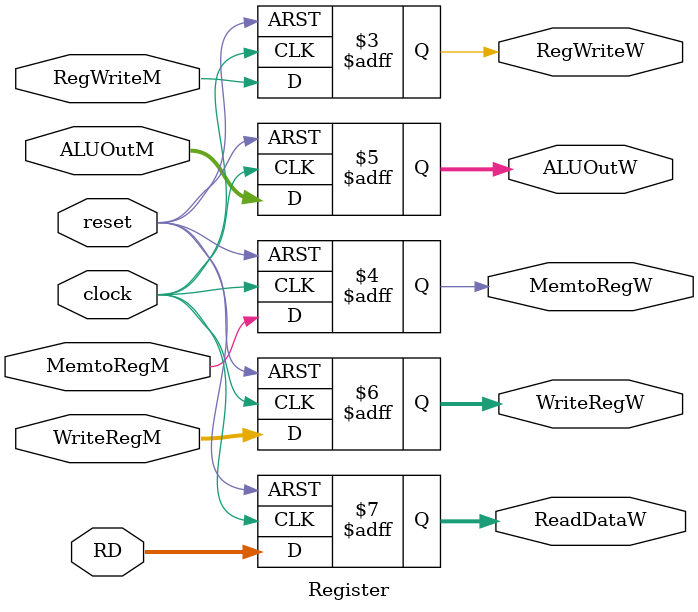
<source format=v>
module Register
(
input      clock,reset,RegWriteM,MemtoRegM,
input   wire    [31:0] ALUOutM,
input     [4:0]WriteRegM,
input      [31:0] RD,
output  reg   RegWriteW,MemtoRegW,
output  reg   [31:0]  ALUOutW,
output  reg   [4:0]WriteRegW,
output  reg   [31:0] ReadDataW
);
always @(posedge clock or negedge reset)
begin
  

    if( ~reset)
    begin
        MemtoRegW<=0;
        ReadDataW <= 0;
        ALUOutW <= 0;
        RegWriteW <= 0;
        WriteRegW <= 0;
    end
     else 
     begin
         MemtoRegW<=MemtoRegM;
        ReadDataW <= RD;
        RegWriteW <= RegWriteM;
        ALUOutW <= ALUOutM;
        WriteRegW <= WriteRegM;
     end
 end 

endmodule
</source>
